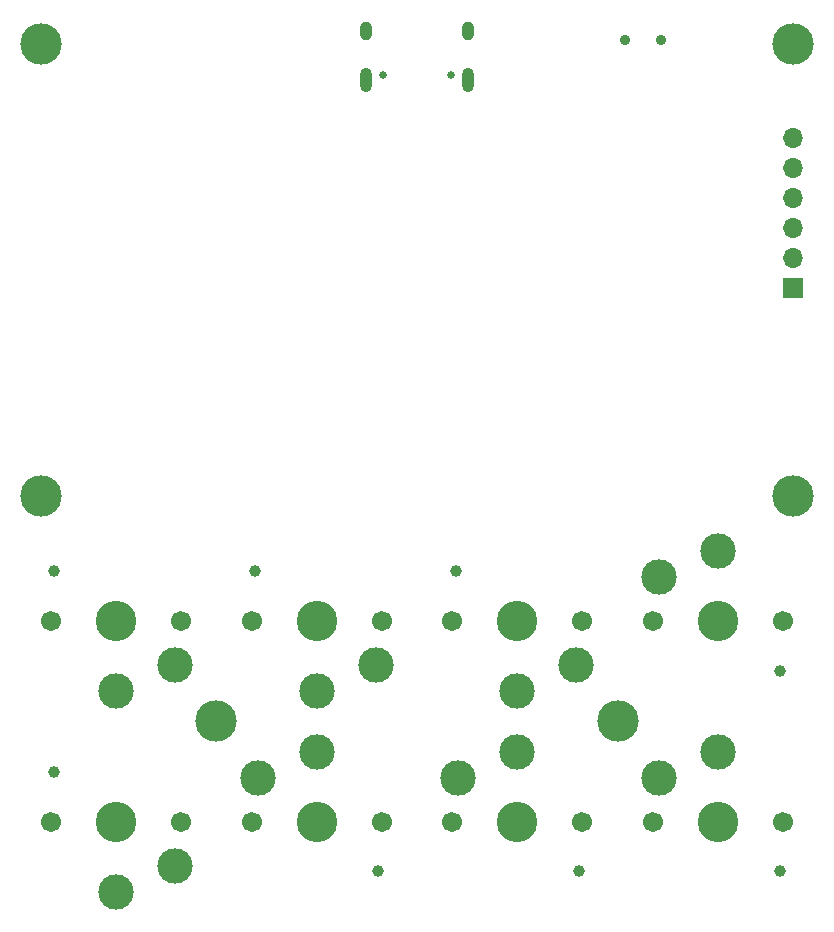
<source format=gbr>
%TF.GenerationSoftware,KiCad,Pcbnew,(6.0.4-0)*%
%TF.CreationDate,2023-04-02T18:55:50-05:00*%
%TF.ProjectId,noldaCoreRType,6e6f6c64-6143-46f7-9265-52547970652e,rev?*%
%TF.SameCoordinates,Original*%
%TF.FileFunction,Soldermask,Bot*%
%TF.FilePolarity,Negative*%
%FSLAX46Y46*%
G04 Gerber Fmt 4.6, Leading zero omitted, Abs format (unit mm)*
G04 Created by KiCad (PCBNEW (6.0.4-0)) date 2023-04-02 18:55:50*
%MOMM*%
%LPD*%
G01*
G04 APERTURE LIST*
%ADD10C,3.500000*%
%ADD11C,0.900000*%
%ADD12O,1.000000X2.100000*%
%ADD13O,1.000000X1.600000*%
%ADD14C,0.650000*%
%ADD15R,1.700000X1.700000*%
%ADD16O,1.700000X1.700000*%
%ADD17C,3.429000*%
%ADD18C,1.701800*%
%ADD19C,3.000000*%
%ADD20C,0.990600*%
G04 APERTURE END LIST*
D10*
%TO.C,H3*%
X14874993Y-53124975D03*
%TD*%
%TO.C,H4*%
X78624963Y-53124975D03*
%TD*%
D11*
%TO.C,SW6*%
X67374969Y-14544993D03*
X64374969Y-14544993D03*
%TD*%
D10*
%TO.C,H2*%
X63749970Y-72249966D03*
%TD*%
D12*
%TO.C,J2*%
X51069978Y-17979993D03*
D13*
X51069978Y-13799993D03*
X42429978Y-13799993D03*
D12*
X42429978Y-17979993D03*
D14*
X49639978Y-17479993D03*
X43859978Y-17479993D03*
%TD*%
D10*
%TO.C,H1*%
X29749986Y-72249966D03*
%TD*%
D15*
%TO.C,J4*%
X78624963Y-35538319D03*
D16*
X78624963Y-32998319D03*
X78624963Y-30458319D03*
X78624963Y-27918319D03*
X78624963Y-25378319D03*
X78624963Y-22838319D03*
%TD*%
D10*
%TO.C,H5*%
X78624963Y-14874993D03*
%TD*%
%TO.C,H6*%
X14874993Y-14874993D03*
%TD*%
D17*
%TO.C,SW10*%
X72249966Y-80749962D03*
D18*
X77749966Y-80749962D03*
X66749966Y-80749962D03*
D19*
X67249966Y-76999962D03*
D20*
X77469966Y-84949962D03*
D19*
X72249966Y-74799962D03*
%TD*%
%TO.C,SW7*%
X21249990Y-86699962D03*
D18*
X26749990Y-80749962D03*
X15749990Y-80749962D03*
D17*
X21249990Y-80749962D03*
D19*
X26249990Y-84499962D03*
D20*
X16029990Y-76549962D03*
%TD*%
D18*
%TO.C,SW5*%
X66749966Y-63749970D03*
X77749966Y-63749970D03*
D20*
X77469966Y-67949970D03*
D19*
X72249966Y-57799970D03*
X67249966Y-59999970D03*
D17*
X72249966Y-63749970D03*
%TD*%
D18*
%TO.C,SW3*%
X43749982Y-63749970D03*
X32749982Y-63749970D03*
D19*
X43249982Y-67499970D03*
D17*
X38249982Y-63749970D03*
D20*
X33029982Y-59549970D03*
D19*
X38249982Y-69699970D03*
%TD*%
%TO.C,SW9*%
X55249974Y-74799962D03*
D18*
X49749974Y-80749962D03*
D20*
X60469974Y-84949962D03*
D19*
X50249974Y-76999962D03*
D18*
X60749974Y-80749962D03*
D17*
X55249974Y-80749962D03*
%TD*%
D18*
%TO.C,SW8*%
X32749982Y-80749962D03*
X43749982Y-80749962D03*
D19*
X33249982Y-76999962D03*
D20*
X43469982Y-84949962D03*
D19*
X38249982Y-74799962D03*
D17*
X38249982Y-80749962D03*
%TD*%
%TO.C,SW2*%
X21249990Y-63749970D03*
D19*
X21249990Y-69699970D03*
D20*
X16029990Y-59549970D03*
D19*
X26249990Y-67499970D03*
D18*
X15749990Y-63749970D03*
X26749990Y-63749970D03*
%TD*%
D20*
%TO.C,SW4*%
X50029974Y-59549970D03*
D18*
X60749974Y-63749970D03*
D19*
X55249974Y-69699970D03*
X60249974Y-67499970D03*
D17*
X55249974Y-63749970D03*
D18*
X49749974Y-63749970D03*
%TD*%
M02*

</source>
